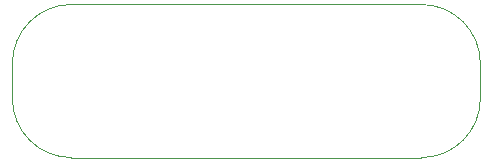
<source format=gbr>
%TF.GenerationSoftware,KiCad,Pcbnew,7.0.1*%
%TF.CreationDate,2024-05-21T14:39:34-07:00*%
%TF.ProjectId,Power_Filter_Board_V1,506f7765-725f-4466-996c-7465725f426f,rev?*%
%TF.SameCoordinates,Original*%
%TF.FileFunction,Profile,NP*%
%FSLAX46Y46*%
G04 Gerber Fmt 4.6, Leading zero omitted, Abs format (unit mm)*
G04 Created by KiCad (PCBNEW 7.0.1) date 2024-05-21 14:39:34*
%MOMM*%
%LPD*%
G01*
G04 APERTURE LIST*
%TA.AperFunction,Profile*%
%ADD10C,0.100000*%
%TD*%
G04 APERTURE END LIST*
D10*
X124910000Y-101010000D02*
G75*
G03*
X129910000Y-106010000I5000000J0D01*
G01*
X159540000Y-106010000D02*
G75*
G03*
X164540000Y-101010000I0J5000000D01*
G01*
X159540000Y-106010000D02*
X129910000Y-106010000D01*
X129910000Y-93050000D02*
G75*
G03*
X124910000Y-98050000I0J-5000000D01*
G01*
X124910000Y-101010000D02*
X124910000Y-98050000D01*
X164540000Y-98050000D02*
G75*
G03*
X159540000Y-93050000I-5000000J0D01*
G01*
X164540000Y-98050000D02*
X164540000Y-101010000D01*
X129910000Y-93050000D02*
X159540000Y-93050000D01*
M02*

</source>
